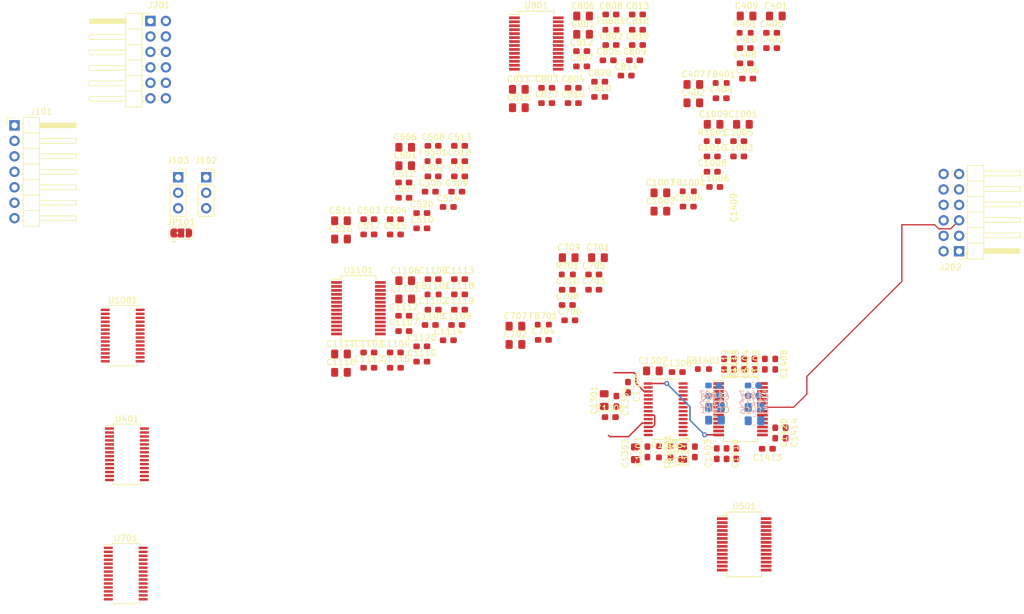
<source format=kicad_pcb>
(kicad_pcb (version 20211014) (generator pcbnew)

  (general
    (thickness 4.69)
  )

  (paper "A4")
  (layers
    (0 "F.Cu" signal)
    (1 "In1.Cu" signal)
    (2 "In2.Cu" signal)
    (31 "B.Cu" signal)
    (32 "B.Adhes" user "B.Adhesive")
    (33 "F.Adhes" user "F.Adhesive")
    (34 "B.Paste" user)
    (35 "F.Paste" user)
    (36 "B.SilkS" user "B.Silkscreen")
    (37 "F.SilkS" user "F.Silkscreen")
    (38 "B.Mask" user)
    (39 "F.Mask" user)
    (40 "Dwgs.User" user "User.Drawings")
    (41 "Cmts.User" user "User.Comments")
    (42 "Eco1.User" user "User.Eco1")
    (43 "Eco2.User" user "User.Eco2")
    (44 "Edge.Cuts" user)
    (45 "Margin" user)
    (46 "B.CrtYd" user "B.Courtyard")
    (47 "F.CrtYd" user "F.Courtyard")
    (48 "B.Fab" user)
    (49 "F.Fab" user)
    (50 "User.1" user)
    (51 "User.2" user)
    (52 "User.3" user)
    (53 "User.4" user)
    (54 "User.5" user)
    (55 "User.6" user)
    (56 "User.7" user)
    (57 "User.8" user)
    (58 "User.9" user)
  )

  (setup
    (stackup
      (layer "F.SilkS" (type "Top Silk Screen"))
      (layer "F.Paste" (type "Top Solder Paste"))
      (layer "F.Mask" (type "Top Solder Mask") (thickness 0.01))
      (layer "F.Cu" (type "copper") (thickness 0.035))
      (layer "dielectric 1" (type "core") (thickness 1.51) (material "FR4") (epsilon_r 4.5) (loss_tangent 0.02))
      (layer "In1.Cu" (type "copper") (thickness 0.035))
      (layer "dielectric 2" (type "prepreg") (thickness 1.51) (material "FR4") (epsilon_r 4.5) (loss_tangent 0.02))
      (layer "In2.Cu" (type "copper") (thickness 0.035))
      (layer "dielectric 3" (type "core") (thickness 1.51) (material "FR4") (epsilon_r 4.5) (loss_tangent 0.02))
      (layer "B.Cu" (type "copper") (thickness 0.035))
      (layer "B.Mask" (type "Bottom Solder Mask") (thickness 0.01))
      (layer "B.Paste" (type "Bottom Solder Paste"))
      (layer "B.SilkS" (type "Bottom Silk Screen"))
      (copper_finish "None")
      (dielectric_constraints no)
    )
    (pad_to_mask_clearance 0)
    (pcbplotparams
      (layerselection 0x00010fc_ffffffff)
      (disableapertmacros false)
      (usegerberextensions false)
      (usegerberattributes true)
      (usegerberadvancedattributes true)
      (creategerberjobfile true)
      (svguseinch false)
      (svgprecision 6)
      (excludeedgelayer true)
      (plotframeref false)
      (viasonmask false)
      (mode 1)
      (useauxorigin false)
      (hpglpennumber 1)
      (hpglpenspeed 20)
      (hpglpendiameter 15.000000)
      (dxfpolygonmode true)
      (dxfimperialunits true)
      (dxfusepcbnewfont true)
      (psnegative false)
      (psa4output false)
      (plotreference true)
      (plotvalue true)
      (plotinvisibletext false)
      (sketchpadsonfab false)
      (subtractmaskfromsilk false)
      (outputformat 1)
      (mirror false)
      (drillshape 1)
      (scaleselection 1)
      (outputdirectory "")
    )
  )

  (net 0 "")
  (net 1 "/Sampling Unit 1/ADC/REFBTM")
  (net 2 "/Sampling Unit 1/ADC/REFTOP")
  (net 3 "GND")
  (net 4 "/Sampling Unit 1/ADC/VREF")
  (net 5 "+3V3")
  (net 6 "/Sampling Unit 1/ADC/+3V3_A")
  (net 7 "/Sampling Unit 1/LVDS Serializer/+3V3_A")
  (net 8 "/Sampling Unit 2/ADC/REFBTM")
  (net 9 "/Sampling Unit 2/ADC/REFTOP")
  (net 10 "/Sampling Unit 2/ADC/VREF")
  (net 11 "/Sampling Unit 2/ADC/+3V3_A")
  (net 12 "/Sampling Unit 2/LVDS Serializer/+3V3_A")
  (net 13 "/Sampling Unit 3/ADC/REFBTM")
  (net 14 "/Sampling Unit 3/ADC/REFTOP")
  (net 15 "/Sampling Unit 3/ADC/VREF")
  (net 16 "/Sampling Unit 3/ADC/+3V3_A")
  (net 17 "/Sampling Unit 3/LVDS Serializer/+3V3_A")
  (net 18 "/Sampling Unit 4/ADC/REFBTM")
  (net 19 "/Sampling Unit 4/ADC/REFTOP")
  (net 20 "/Sampling Unit 4/ADC/VREF")
  (net 21 "/Sampling Unit 4/ADC/+3V3_A")
  (net 22 "/Sampling Unit 4/LVDS Serializer/+3V3_A")
  (net 23 "/CHANNEL_1")
  (net 24 "/CHANNEL_2")
  (net 25 "/CHANNEL_3")
  (net 26 "/CHANNEL_4")
  (net 27 "/GPIO1")
  (net 28 "/GPIO2")
  (net 29 "/GPIO3")
  (net 30 "/EXT_3V3")
  (net 31 "unconnected-(J103-Pad2)")
  (net 32 "/REFCLK")
  (net 33 "/LVDS_~{PWR}")
  (net 34 "/LVDS_DEN")
  (net 35 "/LVDS_SYNC")
  (net 36 "/PMOD_3V3")
  (net 37 "/ADC_~{EN}")
  (net 38 "/PMOD Headers/LVDS1+")
  (net 39 "/PMOD Headers/LVDS1-")
  (net 40 "/PMOD Headers/LVDS2+")
  (net 41 "/PMOD Headers/LVDS2-")
  (net 42 "/PMOD Headers/LVDS3+")
  (net 43 "/PMOD Headers/LVDS3-")
  (net 44 "/PMOD Headers/LVDS4+")
  (net 45 "/PMOD Headers/LVDS4-")
  (net 46 "Net-(R401-Pad1)")
  (net 47 "Net-(R701-Pad1)")
  (net 48 "Net-(R1001-Pad1)")
  (net 49 "Net-(R1301-Pad1)")
  (net 50 "/Sampling Unit 1/ADC/D0")
  (net 51 "/Sampling Unit 1/ADC/D1")
  (net 52 "/Sampling Unit 1/ADC/D2")
  (net 53 "/Sampling Unit 1/ADC/D3")
  (net 54 "/Sampling Unit 1/ADC/D4")
  (net 55 "/Sampling Unit 1/ADC/D5")
  (net 56 "/Sampling Unit 1/ADC/D6")
  (net 57 "/Sampling Unit 1/ADC/D7")
  (net 58 "/Sampling Unit 1/ADC/D8")
  (net 59 "/Sampling Unit 1/ADC/D9")
  (net 60 "/Sampling Unit 1/ADC/OUT_OF_RANGE")
  (net 61 "unconnected-(U401-Pad20)")
  (net 62 "/Sampling Unit 2/ADC/D0")
  (net 63 "/Sampling Unit 2/ADC/D1")
  (net 64 "/Sampling Unit 2/ADC/D2")
  (net 65 "/Sampling Unit 2/ADC/D3")
  (net 66 "/Sampling Unit 2/ADC/D4")
  (net 67 "/Sampling Unit 2/ADC/D5")
  (net 68 "/Sampling Unit 2/ADC/D6")
  (net 69 "/Sampling Unit 2/ADC/D7")
  (net 70 "/Sampling Unit 2/ADC/D8")
  (net 71 "/Sampling Unit 2/ADC/D9")
  (net 72 "/Sampling Unit 2/ADC/OUT_OF_RANGE")
  (net 73 "unconnected-(U701-Pad20)")
  (net 74 "/Sampling Unit 3/ADC/D0")
  (net 75 "/Sampling Unit 3/ADC/D1")
  (net 76 "/Sampling Unit 3/ADC/D2")
  (net 77 "/Sampling Unit 3/ADC/D3")
  (net 78 "/Sampling Unit 3/ADC/D4")
  (net 79 "/Sampling Unit 3/ADC/D5")
  (net 80 "/Sampling Unit 3/ADC/D6")
  (net 81 "/Sampling Unit 3/ADC/D7")
  (net 82 "/Sampling Unit 3/ADC/D8")
  (net 83 "/Sampling Unit 3/ADC/D9")
  (net 84 "/Sampling Unit 3/ADC/OUT_OF_RANGE")
  (net 85 "unconnected-(U1001-Pad20)")
  (net 86 "/Sampling Unit 4/ADC/D0")
  (net 87 "/Sampling Unit 4/ADC/D1")
  (net 88 "/Sampling Unit 4/ADC/D2")
  (net 89 "/Sampling Unit 4/ADC/D3")
  (net 90 "/Sampling Unit 4/ADC/D4")
  (net 91 "/Sampling Unit 4/ADC/D5")
  (net 92 "/Sampling Unit 4/ADC/D6")
  (net 93 "/Sampling Unit 4/ADC/D7")
  (net 94 "/Sampling Unit 4/ADC/D8")
  (net 95 "/Sampling Unit 4/ADC/D9")
  (net 96 "/Sampling Unit 4/ADC/OUT_OF_RANGE")
  (net 97 "unconnected-(U1301-Pad20)")
  (net 98 "/LVDS_~{PWRDN}")

  (footprint "Capacitor_SMD:C_0805_2012Metric_Pad1.18x1.45mm_HandSolder" (layer "F.Cu") (at 198.79 62.8))

  (footprint "Capacitor_SMD:C_0603_1608Metric_Pad1.08x0.95mm_HandSolder" (layer "F.Cu") (at 194.5 116.9 90))

  (footprint "Capacitor_SMD:C_0603_1608Metric_Pad1.08x0.95mm_HandSolder" (layer "F.Cu") (at 190.9 116.6 90))

  (footprint "Capacitor_SMD:C_0603_1608Metric_Pad1.08x0.95mm_HandSolder" (layer "F.Cu") (at 152.24 66.33))

  (footprint "Capacitor_SMD:C_0603_1608Metric_Pad1.08x0.95mm_HandSolder" (layer "F.Cu") (at 141.69 100.28))

  (footprint "Capacitor_SMD:C_0805_2012Metric_Pad1.18x1.45mm_HandSolder" (layer "F.Cu") (at 161.42 98.96))

  (footprint "Capacitor_SMD:C_0603_1608Metric_Pad1.08x0.95mm_HandSolder" (layer "F.Cu") (at 179.61 54.79))

  (footprint "Package_SO:SSOP-28_5.3x10.2mm_P0.65mm" (layer "F.Cu") (at 135.63 93))

  (footprint "Capacitor_SMD:C_0603_1608Metric_Pad1.08x0.95mm_HandSolder" (layer "F.Cu") (at 147.43 73.86))

  (footprint "Capacitor_SMD:C_0603_1608Metric_Pad1.08x0.95mm_HandSolder" (layer "F.Cu") (at 179.9 106 -90))

  (footprint "Package_SO:SSOP-28_5.3x10.2mm_P0.65mm" (layer "F.Cu") (at 198.4 109.6))

  (footprint "Capacitor_SMD:C_0603_1608Metric_Pad1.08x0.95mm_HandSolder" (layer "F.Cu") (at 198.1 68.07))

  (footprint "Capacitor_SMD:C_0805_2012Metric_Pad1.18x1.45mm_HandSolder" (layer "F.Cu") (at 143.31 66.58))

  (footprint "Capacitor_SMD:C_0603_1608Metric_Pad1.08x0.95mm_HandSolder" (layer "F.Cu") (at 147.89 93.25))

  (footprint "Capacitor_SMD:C_0603_1608Metric_Pad1.08x0.95mm_HandSolder" (layer "F.Cu") (at 198.1 65.56))

  (footprint "Capacitor_SMD:C_0603_1608Metric_Pad1.08x0.95mm_HandSolder" (layer "F.Cu") (at 141.69 102.79))

  (footprint "Capacitor_SMD:C_0603_1608Metric_Pad1.08x0.95mm_HandSolder" (layer "F.Cu") (at 195.22 58.51))

  (footprint "Resistor_SMD:R_0603_1608Metric_Pad0.98x0.95mm_HandSolder" (layer "F.Cu") (at 186.9 116.6 -90))

  (footprint "Capacitor_SMD:C_0603_1608Metric_Pad1.08x0.95mm_HandSolder" (layer "F.Cu") (at 170.91 56.8))

  (footprint "Capacitor_SMD:C_0603_1608Metric_Pad1.08x0.95mm_HandSolder" (layer "F.Cu") (at 199.57 55.29))

  (footprint "Capacitor_SMD:C_0805_2012Metric_Pad1.18x1.45mm_HandSolder" (layer "F.Cu") (at 143.31 69.59))

  (footprint "Capacitor_SMD:C_0603_1608Metric_Pad1.08x0.95mm_HandSolder" (layer "F.Cu") (at 146.04 101.78))

  (footprint "Capacitor_SMD:C_0603_1608Metric_Pad1.08x0.95mm_HandSolder" (layer "F.Cu") (at 152.24 68.84))

  (footprint "Capacitor_SMD:C_0805_2012Metric_Pad1.18x1.45mm_HandSolder" (layer "F.Cu") (at 132.76 100.53))

  (footprint "Capacitor_SMD:C_0603_1608Metric_Pad1.08x0.95mm_HandSolder" (layer "F.Cu") (at 170.91 59.31))

  (footprint "Capacitor_SMD:C_0603_1608Metric_Pad1.08x0.95mm_HandSolder" (layer "F.Cu") (at 137.34 80.89))

  (footprint "Capacitor_SMD:C_0805_2012Metric_Pad1.18x1.45mm_HandSolder" (layer "F.Cu") (at 161.98 57.05))

  (footprint "Capacitor_SMD:C_0603_1608Metric_Pad1.08x0.95mm_HandSolder" (layer "F.Cu") (at 176.65 52.28))

  (footprint "Capacitor_SMD:C_0603_1608Metric_Pad1.08x0.95mm_HandSolder" (layer "F.Cu") (at 150.39 76.37))

  (footprint "Resistor_SMD:R_0603_1608Metric_Pad0.98x0.95mm_HandSolder" (layer "F.Cu") (at 169.94 87.46))

  (footprint "Capacitor_SMD:C_0805_2012Metric_Pad1.18x1.45mm_HandSolder" (layer "F.Cu") (at 132.76 78.63))

  (footprint "Capacitor_SMD:C_0603_1608Metric_Pad1.08x0.95mm_HandSolder" (layer "F.Cu") (at 204.1 113.5 -90))

  (footprint "Capacitor_SMD:C_0805_2012Metric_Pad1.18x1.45mm_HandSolder" (layer "F.Cu") (at 185.23 77.06))

  (footprint "Capacitor_SMD:C_0805_2012Metric_Pad1.18x1.45mm_HandSolder" (layer "F.Cu") (at 161.98 60.06))

  (footprint "Package_SO:TSSOP-28_4.4x9.7mm_P0.65mm" (layer "F.Cu") (at 97.4 136.6))

  (footprint "Jumper:SolderJumper-3_P1.3mm_Bridged2Bar12_RoundedPad1.0x1.5mm" (layer "F.Cu") (at 106.51 80.65))

  (footprint "Capacitor_SMD:C_0603_1608Metric_Pad1.08x0.95mm_HandSolder" (layer "F.Cu") (at 174.29 87.46))

  (footprint "Capacitor_SMD:C_0603_1608Metric_Pad1.08x0.95mm_HandSolder" (layer "F.Cu") (at 181.46 49.77))

  (footprint "Capacitor_SMD:C_0805_2012Metric_Pad1.18x1.45mm_HandSolder" (layer "F.Cu") (at 184 103.3))

  (footprint "Capacitor_SMD:C_0603_1608Metric_Pad1.08x0.95mm_HandSolder" (layer "F.Cu") (at 203.51 47.76))

  (footprint "Resistor_SMD:R_0603_1608Metric_Pad0.98x0.95mm_HandSolder" (layer "F.Cu") (at 199.16 47.76))

  (footprint "Capacitor_SMD:C_0603_1608Metric_Pad1.08x0.95mm_HandSolder" (layer "F.Cu") (at 143.08 74.86))

  (footprint "Capacitor_SMD:C_0603_1608Metric_Pad1.08x0.95mm_HandSolder" (layer "F.Cu") (at 183.1 116.6 90))

  (footprint "Capacitor_SMD:C_0603_1608Metric_Pad1.08x0.95mm_HandSolder" (layer "F.Cu") (at 193.75 68.07))

  (footprint "Capacitor_SMD:C_0603_1608Metric_Pad1.08x0.95mm_HandSolder" (layer "F.Cu") (at 150.39 98.27))

  (footprint "Capacitor_SMD:C_0603_1608Metric_Pad1.08x0.95mm_HandSolder" (layer "F.Cu") (at 197.3 102.2 90))

  (footprint "Capacitor_SMD:C_0805_2012Metric_Pad1.18x1.45mm_HandSolder" (layer "F.Cu") (at 132.76 81.64))

  (footprint "Resistor_SMD:R_0603_1608Metric_Pad0.98x0.95mm_HandSolder" (layer "F.Cu") (at 192.3 103))

  (footprint "Capacitor_SMD:C_0805_2012Metric_Pad1.18x1.45mm_HandSolder" (layer "F.Cu") (at 190.64 56.25))

  (footprint "Package_SO:TSSOP-28_4.4x9.7mm_P0.65mm" (layer "F.Cu") (at 96.9 97.5))

  (footprint "Capa
... [390997 chars truncated]
</source>
